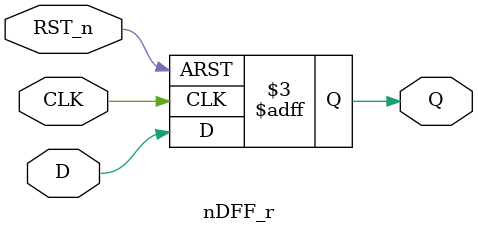
<source format=v>
/**@file
 * Cell - DFF (D Flip Flop) with async Reset Port
 */

/***************************************************************************/
/*  Nano-cpu 32000 (High-Performance Superscalar Processor)                */
/*                                                                         */
/*  Copyright (C) 2019 cassuto <psc-system@outlook.com>, China.            */
/*  This project is free edition; you can redistribute it and/or           */
/*  modify it under the terms of the GNU Lesser General Public             */
/*  License(GPL) as published by the Free Software Foundation; either      */
/*  version 2.1 of the License, or (at your option) any later version.     */
/*                                                                         */
/*  This project is distributed in the hope that it will be useful,        */
/*  but WITHOUT ANY WARRANTY; without even the implied warranty of         */
/*  MERCHANTABILITY or FITNESS FOR A PARTICULAR PURPOSE.  See the GNU      */
/*  Lesser General Public License for more details.                        */
/***************************************************************************/

`include "ncpu32k_config.h"

module nDFF_r # (
   parameter DW = 1, // Data Width in bits
   parameter RST_VECTOR = {DW{1'b0}}
)
(
   input CLK,
   input RST_n,
   input [DW-1:0] D, // Data input
`ifdef NCPU_NO_RST
   output reg [DW-1:0] Q = RST_VECTOR
`else
   output reg [DW-1:0] Q // Data output
`endif
);
`ifdef NCPU_NO_RST
   always @(posedge CLK) begin
      `ifdef SYNTHESIS
      Q <= D;
      `else
      Q <= #1 D;
      `endif
   end
`else
   always @(posedge CLK or negedge RST_n) begin
      if (!RST_n)
         Q <= RST_VECTOR;
      else
         `ifdef SYNTHESIS
         Q <= D;
         `else
         Q <= #1 D;
         `endif

   end
`endif

   // synthesis translate_off
`ifndef SYNTHESIS

   // Assertions
`ifdef NCPU_ENABLE_ASSERT
`ifdef NCPU_CHECK_X
   always @(posedge CLK) begin
      if((^D) === 1'bx)
         $fatal ("\n DFF: uncertain state! \n");
   end
`endif
`endif

`endif
   // synthesis translate_on
endmodule

</source>
